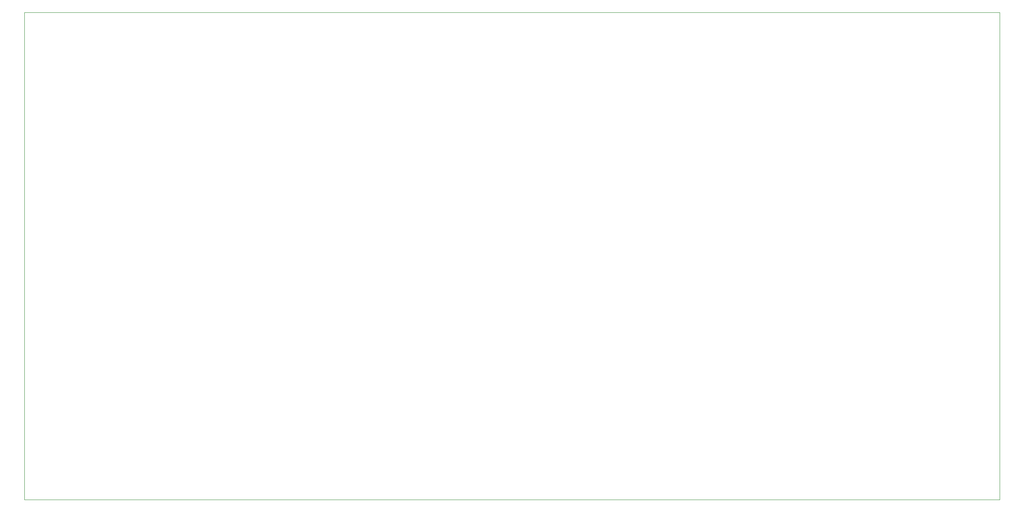
<source format=gm1>
G04 #@! TF.GenerationSoftware,KiCad,Pcbnew,5.1.12-84ad8e8a86~92~ubuntu20.04.1*
G04 #@! TF.CreationDate,2022-01-01T09:02:10-08:00*
G04 #@! TF.ProjectId,trx_mobo_concept_2,7472785f-6d6f-4626-9f5f-636f6e636570,rev?*
G04 #@! TF.SameCoordinates,Original*
G04 #@! TF.FileFunction,Profile,NP*
%FSLAX46Y46*%
G04 Gerber Fmt 4.6, Leading zero omitted, Abs format (unit mm)*
G04 Created by KiCad (PCBNEW 5.1.12-84ad8e8a86~92~ubuntu20.04.1) date 2022-01-01 09:02:10*
%MOMM*%
%LPD*%
G01*
G04 APERTURE LIST*
G04 #@! TA.AperFunction,Profile*
%ADD10C,0.050000*%
G04 #@! TD*
G04 APERTURE END LIST*
D10*
X50000000Y-150000000D02*
X50000000Y-50000000D01*
X250000000Y-150000000D02*
X50000000Y-150000000D01*
X250000000Y-50000000D02*
X250000000Y-150000000D01*
X50000000Y-50000000D02*
X250000000Y-50000000D01*
M02*

</source>
